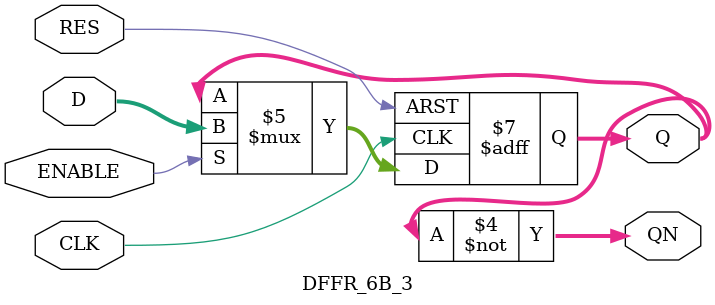
<source format=v>
module DFFR_6B_3(D, CLK, RES, ENABLE, Q, QN);

	 parameter BW = 6;

	 input  [BW-1:0] D;
	 input CLK, RES, ENABLE;
	 output  [BW-1:0] QN,Q;
	 reg  [BW-1:0] Q;

	 always @(posedge CLK or posedge RES) begin
		if( RES == 1'b1) begin
			Q <= 0;
	 end
	 else begin 
	 if(ENABLE == 1'b1)begin
			Q <= D;
	 end
	 end
	 end
	 
	 assign QN = ~Q;
	 
endmodule

</source>
